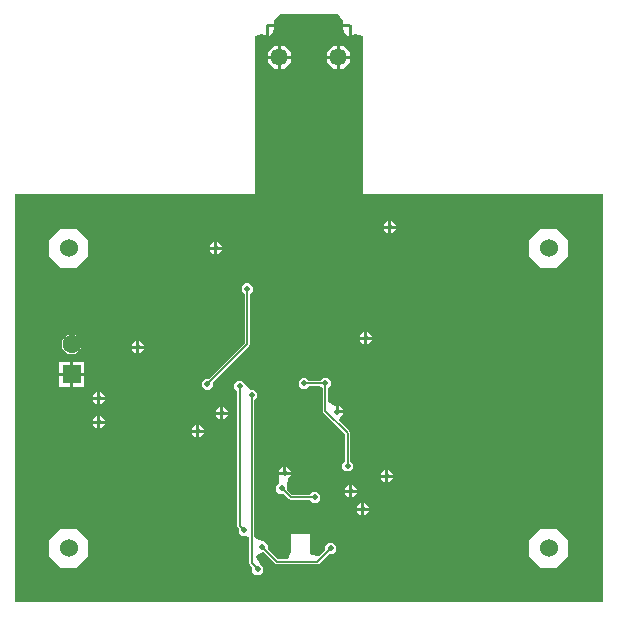
<source format=gbl>
G04*
G04 #@! TF.GenerationSoftware,Altium Limited,Altium Designer,21.6.4 (81)*
G04*
G04 Layer_Physical_Order=2*
G04 Layer_Color=16711680*
%FSLAX25Y25*%
%MOIN*%
G70*
G04*
G04 #@! TF.SameCoordinates,D5D1E9D7-E8D5-44D5-B98E-A1C15D945772*
G04*
G04*
G04 #@! TF.FilePolarity,Positive*
G04*
G01*
G75*
%ADD15C,0.00750*%
%ADD58C,0.05709*%
%ADD59R,0.06299X0.06299*%
%ADD60C,0.06299*%
%ADD61C,0.06000*%
%ADD62C,0.02000*%
G36*
X111419Y195693D02*
Y194815D01*
X113779D01*
Y194315D01*
X114279D01*
Y190783D01*
X115449Y191268D01*
X115500Y191391D01*
X118000Y190894D01*
Y138000D01*
X198000D01*
Y2000D01*
X2000D01*
Y138000D01*
X82000D01*
Y190894D01*
X84500Y191391D01*
X84551Y191268D01*
X85720Y190783D01*
Y194315D01*
X86221D01*
Y194815D01*
X88581D01*
Y195693D01*
X90332Y198000D01*
X109668D01*
X111419Y195693D01*
D02*
G37*
%LPC*%
G36*
X113279Y193815D02*
X111419D01*
Y192937D01*
X112110Y191268D01*
X113139Y190841D01*
X113279Y190783D01*
Y193815D01*
D02*
G37*
G36*
X88581D02*
X86721D01*
Y190783D01*
X86861Y190841D01*
X87890Y191268D01*
X88581Y192937D01*
Y193815D01*
D02*
G37*
G36*
X111439Y187539D02*
X110343D01*
Y184185D01*
X113697D01*
Y185282D01*
X111439Y187539D01*
D02*
G37*
G36*
X109343D02*
X108246D01*
X105988Y185282D01*
Y184185D01*
X109343D01*
Y187539D01*
D02*
G37*
G36*
X91754D02*
X90658D01*
Y184185D01*
X94012D01*
Y185282D01*
X91754Y187539D01*
D02*
G37*
G36*
X89657D02*
X88561D01*
X86303Y185282D01*
Y184185D01*
X89657D01*
Y187539D01*
D02*
G37*
G36*
X113697Y183185D02*
X110343D01*
Y179831D01*
X111439D01*
X113697Y182088D01*
Y183185D01*
D02*
G37*
G36*
X109343D02*
X105988D01*
Y182088D01*
X108246Y179831D01*
X109343D01*
Y183185D01*
D02*
G37*
G36*
X94012D02*
X90658D01*
Y179831D01*
X91754D01*
X94012Y182088D01*
Y183185D01*
D02*
G37*
G36*
X89657D02*
X86303D01*
Y182088D01*
X88561Y179831D01*
X89657D01*
Y183185D01*
D02*
G37*
G36*
X127828Y129000D02*
X127500D01*
Y127500D01*
X129000D01*
Y127828D01*
X127828Y129000D01*
D02*
G37*
G36*
X126500D02*
X126172D01*
X125000Y127828D01*
Y127500D01*
X126500D01*
Y129000D01*
D02*
G37*
G36*
X129000Y126500D02*
X127500D01*
Y125000D01*
X127828D01*
X129000Y126172D01*
Y126500D01*
D02*
G37*
G36*
X126500D02*
X125000D01*
Y126172D01*
X126172Y125000D01*
X126500D01*
Y126500D01*
D02*
G37*
G36*
X69828Y122000D02*
X69500D01*
Y120500D01*
X71000D01*
Y120828D01*
X69828Y122000D01*
D02*
G37*
G36*
X68500D02*
X68172D01*
X67000Y120828D01*
Y120500D01*
X68500D01*
Y122000D01*
D02*
G37*
G36*
X71000Y119500D02*
X69500D01*
Y118000D01*
X69828D01*
X71000Y119172D01*
Y119500D01*
D02*
G37*
G36*
X68500D02*
X67000D01*
Y119172D01*
X68172Y118000D01*
X68500D01*
Y119500D01*
D02*
G37*
G36*
X182732Y126596D02*
X177268D01*
X173404Y122732D01*
Y117268D01*
X177268Y113404D01*
X182732D01*
X186596Y117268D01*
Y122732D01*
X182732Y126596D01*
D02*
G37*
G36*
X22732D02*
X17268D01*
X13404Y122732D01*
Y117268D01*
X17268Y113404D01*
X22732D01*
X26596Y117268D01*
Y122732D01*
X22732Y126596D01*
D02*
G37*
G36*
X119828Y92000D02*
X119500D01*
Y90500D01*
X121000D01*
Y90828D01*
X119828Y92000D01*
D02*
G37*
G36*
X118500D02*
X118172D01*
X117000Y90828D01*
Y90500D01*
X118500D01*
Y92000D01*
D02*
G37*
G36*
X121000Y89500D02*
X119500D01*
Y88000D01*
X119828D01*
X121000Y89172D01*
Y89500D01*
D02*
G37*
G36*
X118500D02*
X117000D01*
Y89172D01*
X118172Y88000D01*
X118500D01*
Y89500D01*
D02*
G37*
G36*
X43828Y89000D02*
X43500D01*
Y87500D01*
X45000D01*
Y87828D01*
X43828Y89000D01*
D02*
G37*
G36*
X42500D02*
X42172D01*
X41000Y87828D01*
Y87500D01*
X42500D01*
Y89000D01*
D02*
G37*
G36*
X45000Y86500D02*
X43500D01*
Y85000D01*
X43828D01*
X45000Y86172D01*
Y86500D01*
D02*
G37*
G36*
X42500D02*
X41000D01*
Y86172D01*
X42172Y85000D01*
X42500D01*
Y86500D01*
D02*
G37*
G36*
X22346Y91250D02*
X19654D01*
X17750Y89346D01*
Y86654D01*
X19654Y84750D01*
X22346D01*
X24250Y86654D01*
Y89346D01*
X22346Y91250D01*
D02*
G37*
G36*
X25150Y82150D02*
X21500D01*
Y78500D01*
X25150D01*
Y82150D01*
D02*
G37*
G36*
X20500D02*
X16850D01*
Y78500D01*
X20500D01*
Y82150D01*
D02*
G37*
G36*
X106246Y76800D02*
X104754D01*
X103793Y75839D01*
X100207D01*
X99246Y76800D01*
X97754D01*
X96700Y75746D01*
Y74254D01*
X97754Y73200D01*
X99246D01*
X100207Y74161D01*
X103793D01*
X104096Y73859D01*
X104661Y73293D01*
Y68937D01*
X104661Y65914D01*
X104907Y65321D01*
X107182Y63046D01*
X107972Y62256D01*
X112161Y58067D01*
Y57543D01*
X112161Y49207D01*
X111200Y48246D01*
Y46754D01*
X112254Y45700D01*
X113746D01*
X114800Y46754D01*
Y48246D01*
X113839Y49207D01*
Y57279D01*
X113839Y58414D01*
X113593Y59007D01*
X109969Y62632D01*
X110328Y63500D01*
X111500Y64672D01*
Y65000D01*
X109500D01*
Y65500D01*
X109000D01*
Y67500D01*
X108672D01*
X107161Y68279D01*
X106339Y68703D01*
X106339Y73293D01*
X107300Y74254D01*
Y75746D01*
X106246Y76800D01*
D02*
G37*
G36*
X25150Y77500D02*
X21500D01*
Y73850D01*
X25150D01*
Y77500D01*
D02*
G37*
G36*
X20500D02*
X16850D01*
Y73850D01*
X20500D01*
Y77500D01*
D02*
G37*
G36*
X80246Y108300D02*
X78754D01*
X77700Y107246D01*
Y105754D01*
X78661Y104793D01*
Y89313D01*
X78661Y88348D01*
X77775Y87462D01*
X66827Y76513D01*
X65468Y76513D01*
X64413Y75459D01*
Y73968D01*
X65468Y72913D01*
X66959D01*
X68013Y73968D01*
X68013Y75327D01*
X79180Y86493D01*
X80093Y87407D01*
X80093Y87407D01*
X80339Y88000D01*
Y89438D01*
Y104793D01*
X81300Y105754D01*
Y107246D01*
X80246Y108300D01*
D02*
G37*
G36*
X30828Y72000D02*
X30500D01*
Y70500D01*
X32000D01*
Y70828D01*
X30828Y72000D01*
D02*
G37*
G36*
X29500D02*
X29172D01*
X28000Y70828D01*
Y70500D01*
X29500D01*
Y72000D01*
D02*
G37*
G36*
X32000Y69500D02*
X30500D01*
Y68000D01*
X30828D01*
X32000Y69172D01*
Y69500D01*
D02*
G37*
G36*
X29500D02*
X28000D01*
Y69172D01*
X29172Y68000D01*
X29500D01*
Y69500D01*
D02*
G37*
G36*
X110000Y67500D02*
Y66000D01*
X111500D01*
Y66328D01*
X110328Y67500D01*
X110000D01*
D02*
G37*
G36*
X71828Y67000D02*
X71500D01*
Y65500D01*
X73000D01*
Y65828D01*
X71828Y67000D01*
D02*
G37*
G36*
X70500D02*
X70172D01*
X69000Y65828D01*
Y65500D01*
X70500D01*
Y67000D01*
D02*
G37*
G36*
X73000Y64500D02*
X71500D01*
Y63000D01*
X71828D01*
X73000Y64172D01*
Y64500D01*
D02*
G37*
G36*
X70500D02*
X69000D01*
Y64172D01*
X70172Y63000D01*
X70500D01*
Y64500D01*
D02*
G37*
G36*
X30828Y64000D02*
X30500D01*
Y62500D01*
X32000D01*
Y62828D01*
X30828Y64000D01*
D02*
G37*
G36*
X29500D02*
X29172D01*
X28000Y62828D01*
Y62500D01*
X29500D01*
Y64000D01*
D02*
G37*
G36*
X32000Y61500D02*
X30500D01*
Y60000D01*
X30828D01*
X32000Y61172D01*
Y61500D01*
D02*
G37*
G36*
X29500D02*
X28000D01*
Y61172D01*
X29172Y60000D01*
X29500D01*
Y61500D01*
D02*
G37*
G36*
X63828Y61000D02*
X63500D01*
Y59500D01*
X65000D01*
Y59828D01*
X63828Y61000D01*
D02*
G37*
G36*
X62500D02*
X62172D01*
X61000Y59828D01*
Y59500D01*
X62500D01*
Y61000D01*
D02*
G37*
G36*
X65000Y58500D02*
X63500D01*
Y57000D01*
X63828D01*
X65000Y58172D01*
Y58500D01*
D02*
G37*
G36*
X62500D02*
X61000D01*
Y58172D01*
X62172Y57000D01*
X62500D01*
Y58500D01*
D02*
G37*
G36*
X92828Y47000D02*
X92500D01*
Y45500D01*
X94000D01*
Y45828D01*
X92828Y47000D01*
D02*
G37*
G36*
X91500D02*
X91172D01*
X90000Y45828D01*
Y45500D01*
X91500D01*
Y47000D01*
D02*
G37*
G36*
X126828Y46000D02*
X126500D01*
Y44500D01*
X128000D01*
Y44828D01*
X126828Y46000D01*
D02*
G37*
G36*
X125500D02*
X125172D01*
X124000Y44828D01*
Y44500D01*
X125500D01*
Y46000D01*
D02*
G37*
G36*
X128000Y43500D02*
X126500D01*
Y42000D01*
X126828D01*
X128000Y43172D01*
Y43500D01*
D02*
G37*
G36*
X125500D02*
X124000D01*
Y43172D01*
X125172Y42000D01*
X125500D01*
Y43500D01*
D02*
G37*
G36*
X114828Y41000D02*
X114500D01*
Y39500D01*
X116000D01*
Y39828D01*
X114828Y41000D01*
D02*
G37*
G36*
X113500D02*
X113172D01*
X112000Y39828D01*
Y39500D01*
X113500D01*
Y41000D01*
D02*
G37*
G36*
X116000Y38500D02*
X114500D01*
Y37000D01*
X114828D01*
X116000Y38172D01*
Y38500D01*
D02*
G37*
G36*
X113500D02*
X112000D01*
Y38172D01*
X113172Y37000D01*
X113500D01*
Y38500D01*
D02*
G37*
G36*
X94000Y44500D02*
X90000D01*
Y44195D01*
X90000Y44172D01*
X90206Y41860D01*
X89604Y41149D01*
X89200Y40746D01*
Y39254D01*
X90254Y38200D01*
X91614Y38200D01*
X93407Y36407D01*
X94000Y36161D01*
X100293D01*
X101254Y35200D01*
X102746D01*
X103800Y36254D01*
Y37746D01*
X102746Y38800D01*
X101254D01*
X100293Y37839D01*
X94348Y37839D01*
X92800Y39386D01*
X92800Y40512D01*
X92803Y40784D01*
X92991Y43132D01*
X93431Y43602D01*
X94000Y44172D01*
Y44500D01*
D02*
G37*
G36*
X118828Y35000D02*
X118500D01*
Y33500D01*
X120000D01*
Y33828D01*
X118828Y35000D01*
D02*
G37*
G36*
X117500D02*
X117172D01*
X116000Y33828D01*
Y33500D01*
X117500D01*
Y35000D01*
D02*
G37*
G36*
X120000Y32500D02*
X118500D01*
Y31000D01*
X118828D01*
X120000Y32172D01*
Y32500D01*
D02*
G37*
G36*
X117500D02*
X116000D01*
Y32172D01*
X117172Y31000D01*
X117500D01*
Y32500D01*
D02*
G37*
G36*
X77746Y75800D02*
X76254D01*
X75200Y74746D01*
Y73254D01*
X76161Y72293D01*
Y71937D01*
Y27594D01*
Y27500D01*
X76407Y26907D01*
X76700Y26614D01*
X76700Y25254D01*
X77754Y24200D01*
X79246D01*
X80161Y23821D01*
X80161Y22134D01*
Y22134D01*
X80161Y22115D01*
Y18200D01*
X80161D01*
X80161Y15000D01*
X80407Y14407D01*
X81200Y13614D01*
X81200Y12254D01*
X82254Y11200D01*
X83746D01*
X84800Y12254D01*
Y13746D01*
X83746Y14800D01*
X82437Y17242D01*
X82448Y17595D01*
X82661Y17775D01*
X84778Y18700D01*
X85114Y18700D01*
X88907Y14907D01*
X88907Y14907D01*
X89500Y14661D01*
X89500Y14661D01*
X94742Y14661D01*
X94742Y14661D01*
X94960Y14661D01*
X99528D01*
X102890Y14661D01*
X103483Y14907D01*
X106776Y18200D01*
X108136Y18200D01*
X109190Y19254D01*
Y20746D01*
X108136Y21800D01*
X106644D01*
X105590Y20746D01*
X105590Y19386D01*
X103599Y17395D01*
X100661Y17832D01*
X100305Y18622D01*
X100305Y18622D01*
X100305Y18839D01*
Y19409D01*
X100305Y19410D01*
X100305Y19410D01*
X100273Y19724D01*
Y20276D01*
X100305Y20591D01*
X100305Y20591D01*
X100305Y20591D01*
X100305Y22181D01*
X100305Y22559D01*
X100305Y22559D01*
X100273Y23167D01*
X100273Y23426D01*
X100305Y23740D01*
X100305Y23740D01*
X100305Y23741D01*
X100305Y24528D01*
X100305Y24528D01*
X100305Y24528D01*
X100273Y24604D01*
X100273Y24604D01*
X100197Y24636D01*
X97850Y24636D01*
X94291Y24636D01*
X94291Y24636D01*
X94215Y24604D01*
Y24604D01*
X94183Y24528D01*
X94183Y24528D01*
X94183Y24528D01*
X94183Y23741D01*
D01*
X94183Y23740D01*
X94183Y23740D01*
X94183Y23740D01*
X94215Y23426D01*
Y23167D01*
X94183Y22559D01*
X94183Y22559D01*
X94183Y22181D01*
Y20591D01*
X94183Y20591D01*
X94183Y20591D01*
X94215Y20276D01*
Y19724D01*
X94183Y19410D01*
X94183Y19410D01*
X94183Y19409D01*
Y18839D01*
X94183Y18622D01*
X94183Y18622D01*
X93155Y16339D01*
X89847D01*
X86300Y19886D01*
X86300Y21246D01*
X85246Y22300D01*
X84778D01*
X82661Y23225D01*
X82661D01*
X82661Y23225D01*
D01*
X81839Y23920D01*
X81839Y26591D01*
X81839Y68927D01*
Y69293D01*
X82800Y70254D01*
Y71746D01*
X81746Y72800D01*
X81112D01*
X80102Y72998D01*
X78800Y74698D01*
Y74746D01*
X77746Y75800D01*
D02*
G37*
G36*
X182732Y26596D02*
X177268D01*
X173404Y22732D01*
Y17268D01*
X177268Y13404D01*
X182732D01*
X186596Y17268D01*
Y22732D01*
X182732Y26596D01*
D02*
G37*
G36*
X22732D02*
X17268D01*
X13404Y22732D01*
Y17268D01*
X17268Y13404D01*
X22732D01*
X26596Y17268D01*
Y22732D01*
X22732Y26596D01*
D02*
G37*
%LPD*%
D15*
X113000Y47500D02*
Y58414D01*
X105500Y65914D02*
X113000Y58414D01*
X105500Y65914D02*
Y75000D01*
X66213Y74713D02*
X79500Y88000D01*
Y106500D01*
X81000Y15000D02*
Y71000D01*
Y15000D02*
X83000Y13000D01*
X77000Y27500D02*
X78500Y26000D01*
X77000Y27500D02*
Y74000D01*
X89500Y15500D02*
X102890D01*
X107390Y20000D01*
X84500Y20500D02*
X89500Y15500D01*
X98500Y75000D02*
X105500D01*
X94000Y37000D02*
X102000D01*
X91000Y40000D02*
X94000Y37000D01*
D58*
X109843Y183685D02*
D03*
X90158D02*
D03*
D59*
X21000Y78000D02*
D03*
D60*
Y88000D02*
D03*
D61*
X20000Y20000D02*
D03*
X180000D02*
D03*
Y120000D02*
D03*
X20000D02*
D03*
D62*
X127000Y127000D02*
D03*
X113000Y47500D02*
D03*
X109500Y65500D02*
D03*
X107390Y20000D02*
D03*
X83000Y13000D02*
D03*
X84500Y20500D02*
D03*
X78500Y26000D02*
D03*
X126000Y44000D02*
D03*
X66213Y74713D02*
D03*
X79500Y106500D02*
D03*
X92000Y45000D02*
D03*
X71000Y65000D02*
D03*
X63000Y59000D02*
D03*
X118000Y33000D02*
D03*
X114000Y39000D02*
D03*
X119000Y90000D02*
D03*
X69000Y120000D02*
D03*
X43000Y87000D02*
D03*
X30000Y70000D02*
D03*
Y62000D02*
D03*
X98500Y75000D02*
D03*
X105500D02*
D03*
X91000Y40000D02*
D03*
X102000Y37000D02*
D03*
X77000Y74000D02*
D03*
X81000Y71000D02*
D03*
M02*

</source>
